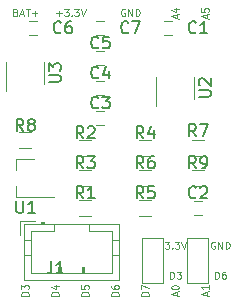
<source format=gto>
G04 #@! TF.FileFunction,Legend,Top*
%FSLAX46Y46*%
G04 Gerber Fmt 4.6, Leading zero omitted, Abs format (unit mm)*
G04 Created by KiCad (PCBNEW 4.0.7-e1-6374~58~ubuntu16.04.1) date Wed Aug  2 21:48:17 2017*
%MOMM*%
%LPD*%
G01*
G04 APERTURE LIST*
%ADD10C,0.100000*%
%ADD11C,0.120000*%
%ADD12C,0.150000*%
G04 APERTURE END LIST*
D10*
X157864285Y-114606429D02*
X158235714Y-114606429D01*
X158035714Y-114835000D01*
X158121428Y-114835000D01*
X158178571Y-114863571D01*
X158207142Y-114892143D01*
X158235714Y-114949286D01*
X158235714Y-115092143D01*
X158207142Y-115149286D01*
X158178571Y-115177857D01*
X158121428Y-115206429D01*
X157950000Y-115206429D01*
X157892857Y-115177857D01*
X157864285Y-115149286D01*
X158492857Y-115149286D02*
X158521429Y-115177857D01*
X158492857Y-115206429D01*
X158464286Y-115177857D01*
X158492857Y-115149286D01*
X158492857Y-115206429D01*
X158721428Y-114606429D02*
X159092857Y-114606429D01*
X158892857Y-114835000D01*
X158978571Y-114835000D01*
X159035714Y-114863571D01*
X159064285Y-114892143D01*
X159092857Y-114949286D01*
X159092857Y-115092143D01*
X159064285Y-115149286D01*
X159035714Y-115177857D01*
X158978571Y-115206429D01*
X158807143Y-115206429D01*
X158750000Y-115177857D01*
X158721428Y-115149286D01*
X159264286Y-114606429D02*
X159464286Y-115206429D01*
X159664286Y-114606429D01*
X162102858Y-114635000D02*
X162045715Y-114606429D01*
X161960001Y-114606429D01*
X161874286Y-114635000D01*
X161817144Y-114692143D01*
X161788572Y-114749286D01*
X161760001Y-114863571D01*
X161760001Y-114949286D01*
X161788572Y-115063571D01*
X161817144Y-115120714D01*
X161874286Y-115177857D01*
X161960001Y-115206429D01*
X162017144Y-115206429D01*
X162102858Y-115177857D01*
X162131429Y-115149286D01*
X162131429Y-114949286D01*
X162017144Y-114949286D01*
X162388572Y-115206429D02*
X162388572Y-114606429D01*
X162731429Y-115206429D01*
X162731429Y-114606429D01*
X163017143Y-115206429D02*
X163017143Y-114606429D01*
X163160000Y-114606429D01*
X163245715Y-114635000D01*
X163302857Y-114692143D01*
X163331429Y-114749286D01*
X163360000Y-114863571D01*
X163360000Y-114949286D01*
X163331429Y-115063571D01*
X163302857Y-115120714D01*
X163245715Y-115177857D01*
X163160000Y-115206429D01*
X163017143Y-115206429D01*
X158307143Y-117746429D02*
X158307143Y-117146429D01*
X158450000Y-117146429D01*
X158535715Y-117175000D01*
X158592857Y-117232143D01*
X158621429Y-117289286D01*
X158650000Y-117403571D01*
X158650000Y-117489286D01*
X158621429Y-117603571D01*
X158592857Y-117660714D01*
X158535715Y-117717857D01*
X158450000Y-117746429D01*
X158307143Y-117746429D01*
X158850000Y-117146429D02*
X159221429Y-117146429D01*
X159021429Y-117375000D01*
X159107143Y-117375000D01*
X159164286Y-117403571D01*
X159192857Y-117432143D01*
X159221429Y-117489286D01*
X159221429Y-117632143D01*
X159192857Y-117689286D01*
X159164286Y-117717857D01*
X159107143Y-117746429D01*
X158935715Y-117746429D01*
X158878572Y-117717857D01*
X158850000Y-117689286D01*
X162117143Y-117746429D02*
X162117143Y-117146429D01*
X162260000Y-117146429D01*
X162345715Y-117175000D01*
X162402857Y-117232143D01*
X162431429Y-117289286D01*
X162460000Y-117403571D01*
X162460000Y-117489286D01*
X162431429Y-117603571D01*
X162402857Y-117660714D01*
X162345715Y-117717857D01*
X162260000Y-117746429D01*
X162117143Y-117746429D01*
X162974286Y-117146429D02*
X162860000Y-117146429D01*
X162802857Y-117175000D01*
X162774286Y-117203571D01*
X162717143Y-117289286D01*
X162688572Y-117403571D01*
X162688572Y-117632143D01*
X162717143Y-117689286D01*
X162745715Y-117717857D01*
X162802857Y-117746429D01*
X162917143Y-117746429D01*
X162974286Y-117717857D01*
X163002857Y-117689286D01*
X163031429Y-117632143D01*
X163031429Y-117489286D01*
X163002857Y-117432143D01*
X162974286Y-117403571D01*
X162917143Y-117375000D01*
X162802857Y-117375000D01*
X162745715Y-117403571D01*
X162717143Y-117432143D01*
X162688572Y-117489286D01*
X146321429Y-119187857D02*
X145721429Y-119187857D01*
X145721429Y-119045000D01*
X145750000Y-118959285D01*
X145807143Y-118902143D01*
X145864286Y-118873571D01*
X145978571Y-118845000D01*
X146064286Y-118845000D01*
X146178571Y-118873571D01*
X146235714Y-118902143D01*
X146292857Y-118959285D01*
X146321429Y-119045000D01*
X146321429Y-119187857D01*
X145721429Y-118645000D02*
X145721429Y-118273571D01*
X145950000Y-118473571D01*
X145950000Y-118387857D01*
X145978571Y-118330714D01*
X146007143Y-118302143D01*
X146064286Y-118273571D01*
X146207143Y-118273571D01*
X146264286Y-118302143D01*
X146292857Y-118330714D01*
X146321429Y-118387857D01*
X146321429Y-118559285D01*
X146292857Y-118616428D01*
X146264286Y-118645000D01*
X148861429Y-119187857D02*
X148261429Y-119187857D01*
X148261429Y-119045000D01*
X148290000Y-118959285D01*
X148347143Y-118902143D01*
X148404286Y-118873571D01*
X148518571Y-118845000D01*
X148604286Y-118845000D01*
X148718571Y-118873571D01*
X148775714Y-118902143D01*
X148832857Y-118959285D01*
X148861429Y-119045000D01*
X148861429Y-119187857D01*
X148461429Y-118330714D02*
X148861429Y-118330714D01*
X148232857Y-118473571D02*
X148661429Y-118616428D01*
X148661429Y-118245000D01*
X151401429Y-119187857D02*
X150801429Y-119187857D01*
X150801429Y-119045000D01*
X150830000Y-118959285D01*
X150887143Y-118902143D01*
X150944286Y-118873571D01*
X151058571Y-118845000D01*
X151144286Y-118845000D01*
X151258571Y-118873571D01*
X151315714Y-118902143D01*
X151372857Y-118959285D01*
X151401429Y-119045000D01*
X151401429Y-119187857D01*
X150801429Y-118302143D02*
X150801429Y-118587857D01*
X151087143Y-118616428D01*
X151058571Y-118587857D01*
X151030000Y-118530714D01*
X151030000Y-118387857D01*
X151058571Y-118330714D01*
X151087143Y-118302143D01*
X151144286Y-118273571D01*
X151287143Y-118273571D01*
X151344286Y-118302143D01*
X151372857Y-118330714D01*
X151401429Y-118387857D01*
X151401429Y-118530714D01*
X151372857Y-118587857D01*
X151344286Y-118616428D01*
X153941429Y-119187857D02*
X153341429Y-119187857D01*
X153341429Y-119045000D01*
X153370000Y-118959285D01*
X153427143Y-118902143D01*
X153484286Y-118873571D01*
X153598571Y-118845000D01*
X153684286Y-118845000D01*
X153798571Y-118873571D01*
X153855714Y-118902143D01*
X153912857Y-118959285D01*
X153941429Y-119045000D01*
X153941429Y-119187857D01*
X153341429Y-118330714D02*
X153341429Y-118445000D01*
X153370000Y-118502143D01*
X153398571Y-118530714D01*
X153484286Y-118587857D01*
X153598571Y-118616428D01*
X153827143Y-118616428D01*
X153884286Y-118587857D01*
X153912857Y-118559285D01*
X153941429Y-118502143D01*
X153941429Y-118387857D01*
X153912857Y-118330714D01*
X153884286Y-118302143D01*
X153827143Y-118273571D01*
X153684286Y-118273571D01*
X153627143Y-118302143D01*
X153598571Y-118330714D01*
X153570000Y-118387857D01*
X153570000Y-118502143D01*
X153598571Y-118559285D01*
X153627143Y-118587857D01*
X153684286Y-118616428D01*
X156481429Y-119187857D02*
X155881429Y-119187857D01*
X155881429Y-119045000D01*
X155910000Y-118959285D01*
X155967143Y-118902143D01*
X156024286Y-118873571D01*
X156138571Y-118845000D01*
X156224286Y-118845000D01*
X156338571Y-118873571D01*
X156395714Y-118902143D01*
X156452857Y-118959285D01*
X156481429Y-119045000D01*
X156481429Y-119187857D01*
X155881429Y-118645000D02*
X155881429Y-118245000D01*
X156481429Y-118502143D01*
X158850000Y-119173571D02*
X158850000Y-118887857D01*
X159021429Y-119230714D02*
X158421429Y-119030714D01*
X159021429Y-118830714D01*
X158421429Y-118516428D02*
X158421429Y-118459285D01*
X158450000Y-118402142D01*
X158478571Y-118373571D01*
X158535714Y-118345000D01*
X158650000Y-118316428D01*
X158792857Y-118316428D01*
X158907143Y-118345000D01*
X158964286Y-118373571D01*
X158992857Y-118402142D01*
X159021429Y-118459285D01*
X159021429Y-118516428D01*
X158992857Y-118573571D01*
X158964286Y-118602142D01*
X158907143Y-118630714D01*
X158792857Y-118659285D01*
X158650000Y-118659285D01*
X158535714Y-118630714D01*
X158478571Y-118602142D01*
X158450000Y-118573571D01*
X158421429Y-118516428D01*
X161390000Y-119173571D02*
X161390000Y-118887857D01*
X161561429Y-119230714D02*
X160961429Y-119030714D01*
X161561429Y-118830714D01*
X161561429Y-118316428D02*
X161561429Y-118659285D01*
X161561429Y-118487857D02*
X160961429Y-118487857D01*
X161047143Y-118545000D01*
X161104286Y-118602142D01*
X161132857Y-118659285D01*
X161390000Y-95678571D02*
X161390000Y-95392857D01*
X161561429Y-95735714D02*
X160961429Y-95535714D01*
X161561429Y-95335714D01*
X160961429Y-94850000D02*
X160961429Y-95135714D01*
X161247143Y-95164285D01*
X161218571Y-95135714D01*
X161190000Y-95078571D01*
X161190000Y-94935714D01*
X161218571Y-94878571D01*
X161247143Y-94850000D01*
X161304286Y-94821428D01*
X161447143Y-94821428D01*
X161504286Y-94850000D01*
X161532857Y-94878571D01*
X161561429Y-94935714D01*
X161561429Y-95078571D01*
X161532857Y-95135714D01*
X161504286Y-95164285D01*
X158850000Y-95678571D02*
X158850000Y-95392857D01*
X159021429Y-95735714D02*
X158421429Y-95535714D01*
X159021429Y-95335714D01*
X158621429Y-94878571D02*
X159021429Y-94878571D01*
X158392857Y-95021428D02*
X158821429Y-95164285D01*
X158821429Y-94792857D01*
X154482858Y-94950000D02*
X154425715Y-94921429D01*
X154340001Y-94921429D01*
X154254286Y-94950000D01*
X154197144Y-95007143D01*
X154168572Y-95064286D01*
X154140001Y-95178571D01*
X154140001Y-95264286D01*
X154168572Y-95378571D01*
X154197144Y-95435714D01*
X154254286Y-95492857D01*
X154340001Y-95521429D01*
X154397144Y-95521429D01*
X154482858Y-95492857D01*
X154511429Y-95464286D01*
X154511429Y-95264286D01*
X154397144Y-95264286D01*
X154768572Y-95521429D02*
X154768572Y-94921429D01*
X155111429Y-95521429D01*
X155111429Y-94921429D01*
X155397143Y-95521429D02*
X155397143Y-94921429D01*
X155540000Y-94921429D01*
X155625715Y-94950000D01*
X155682857Y-95007143D01*
X155711429Y-95064286D01*
X155740000Y-95178571D01*
X155740000Y-95264286D01*
X155711429Y-95378571D01*
X155682857Y-95435714D01*
X155625715Y-95492857D01*
X155540000Y-95521429D01*
X155397143Y-95521429D01*
X148660000Y-95292857D02*
X149117143Y-95292857D01*
X148888572Y-95521429D02*
X148888572Y-95064286D01*
X149345714Y-94921429D02*
X149717143Y-94921429D01*
X149517143Y-95150000D01*
X149602857Y-95150000D01*
X149660000Y-95178571D01*
X149688571Y-95207143D01*
X149717143Y-95264286D01*
X149717143Y-95407143D01*
X149688571Y-95464286D01*
X149660000Y-95492857D01*
X149602857Y-95521429D01*
X149431429Y-95521429D01*
X149374286Y-95492857D01*
X149345714Y-95464286D01*
X149974286Y-95464286D02*
X150002858Y-95492857D01*
X149974286Y-95521429D01*
X149945715Y-95492857D01*
X149974286Y-95464286D01*
X149974286Y-95521429D01*
X150202857Y-94921429D02*
X150574286Y-94921429D01*
X150374286Y-95150000D01*
X150460000Y-95150000D01*
X150517143Y-95178571D01*
X150545714Y-95207143D01*
X150574286Y-95264286D01*
X150574286Y-95407143D01*
X150545714Y-95464286D01*
X150517143Y-95492857D01*
X150460000Y-95521429D01*
X150288572Y-95521429D01*
X150231429Y-95492857D01*
X150202857Y-95464286D01*
X150745715Y-94921429D02*
X150945715Y-95521429D01*
X151145715Y-94921429D01*
X145235714Y-95207143D02*
X145321428Y-95235714D01*
X145350000Y-95264286D01*
X145378571Y-95321429D01*
X145378571Y-95407143D01*
X145350000Y-95464286D01*
X145321428Y-95492857D01*
X145264286Y-95521429D01*
X145035714Y-95521429D01*
X145035714Y-94921429D01*
X145235714Y-94921429D01*
X145292857Y-94950000D01*
X145321428Y-94978571D01*
X145350000Y-95035714D01*
X145350000Y-95092857D01*
X145321428Y-95150000D01*
X145292857Y-95178571D01*
X145235714Y-95207143D01*
X145035714Y-95207143D01*
X145607143Y-95350000D02*
X145892857Y-95350000D01*
X145550000Y-95521429D02*
X145750000Y-94921429D01*
X145950000Y-95521429D01*
X146064286Y-94921429D02*
X146407143Y-94921429D01*
X146235714Y-95521429D02*
X146235714Y-94921429D01*
X146607143Y-95292857D02*
X147064286Y-95292857D01*
X146835715Y-95521429D02*
X146835715Y-95064286D01*
D11*
X157765000Y-95920000D02*
X158465000Y-95920000D01*
X158465000Y-97120000D02*
X157765000Y-97120000D01*
X161005000Y-112360000D02*
X160305000Y-112360000D01*
X160305000Y-111160000D02*
X161005000Y-111160000D01*
X152050000Y-103540000D02*
X152750000Y-103540000D01*
X152750000Y-104740000D02*
X152050000Y-104740000D01*
X152050000Y-101000000D02*
X152750000Y-101000000D01*
X152750000Y-102200000D02*
X152050000Y-102200000D01*
X152050000Y-98460000D02*
X152750000Y-98460000D01*
X152750000Y-99660000D02*
X152050000Y-99660000D01*
X146335000Y-95920000D02*
X147035000Y-95920000D01*
X147035000Y-97120000D02*
X146335000Y-97120000D01*
X152050000Y-95920000D02*
X152750000Y-95920000D01*
X152750000Y-97120000D02*
X152050000Y-97120000D01*
X145905000Y-113135000D02*
X145905000Y-117835000D01*
X145905000Y-117835000D02*
X154005000Y-117835000D01*
X154005000Y-117835000D02*
X154005000Y-113135000D01*
X154005000Y-113135000D02*
X145905000Y-113135000D01*
X148455000Y-113135000D02*
X148455000Y-113735000D01*
X148455000Y-113735000D02*
X146505000Y-113735000D01*
X146505000Y-113735000D02*
X146505000Y-117235000D01*
X146505000Y-117235000D02*
X153405000Y-117235000D01*
X153405000Y-117235000D02*
X153405000Y-113735000D01*
X153405000Y-113735000D02*
X151455000Y-113735000D01*
X151455000Y-113735000D02*
X151455000Y-113135000D01*
X145905000Y-114435000D02*
X146505000Y-114435000D01*
X145905000Y-115735000D02*
X146505000Y-115735000D01*
X154005000Y-114435000D02*
X153405000Y-114435000D01*
X154005000Y-115735000D02*
X153405000Y-115735000D01*
X147655000Y-113135000D02*
X147655000Y-112935000D01*
X147655000Y-112935000D02*
X147355000Y-112935000D01*
X147355000Y-112935000D02*
X147355000Y-113135000D01*
X147655000Y-113035000D02*
X147355000Y-113035000D01*
X148855000Y-117235000D02*
X148855000Y-116735000D01*
X148855000Y-116735000D02*
X149055000Y-116735000D01*
X149055000Y-116735000D02*
X149055000Y-117235000D01*
X148955000Y-117235000D02*
X148955000Y-116735000D01*
X150855000Y-117235000D02*
X150855000Y-116735000D01*
X150855000Y-116735000D02*
X151055000Y-116735000D01*
X151055000Y-116735000D02*
X151055000Y-117235000D01*
X150955000Y-117235000D02*
X150955000Y-116735000D01*
X146855000Y-112835000D02*
X145605000Y-112835000D01*
X145605000Y-112835000D02*
X145605000Y-114085000D01*
X159765000Y-114295000D02*
X159765000Y-118115000D01*
X159765000Y-118115000D02*
X161545000Y-118115000D01*
X161545000Y-118115000D02*
X161545000Y-114295000D01*
X159765000Y-114295000D02*
X161545000Y-114295000D01*
X155955000Y-114295000D02*
X155955000Y-118115000D01*
X155955000Y-118115000D02*
X157735000Y-118115000D01*
X157735000Y-118115000D02*
X157735000Y-114295000D01*
X155955000Y-114295000D02*
X157735000Y-114295000D01*
X151630000Y-112440000D02*
X150630000Y-112440000D01*
X150630000Y-111080000D02*
X151630000Y-111080000D01*
X151630000Y-107360000D02*
X150630000Y-107360000D01*
X150630000Y-106000000D02*
X151630000Y-106000000D01*
X150630000Y-108540000D02*
X151630000Y-108540000D01*
X151630000Y-109900000D02*
X150630000Y-109900000D01*
X155710000Y-106000000D02*
X156710000Y-106000000D01*
X156710000Y-107360000D02*
X155710000Y-107360000D01*
X156710000Y-112440000D02*
X155710000Y-112440000D01*
X155710000Y-111080000D02*
X156710000Y-111080000D01*
X155710000Y-108540000D02*
X156710000Y-108540000D01*
X156710000Y-109900000D02*
X155710000Y-109900000D01*
X161155000Y-107360000D02*
X160155000Y-107360000D01*
X160155000Y-106000000D02*
X161155000Y-106000000D01*
X146550000Y-106725000D02*
X145550000Y-106725000D01*
X145550000Y-105365000D02*
X146550000Y-105365000D01*
X160155000Y-108540000D02*
X161155000Y-108540000D01*
X161155000Y-109900000D02*
X160155000Y-109900000D01*
X160360000Y-102500000D02*
X160360000Y-100700000D01*
X157140000Y-100700000D02*
X157140000Y-103150000D01*
X147660000Y-101230000D02*
X147660000Y-99430000D01*
X144440000Y-99430000D02*
X144440000Y-101880000D01*
X145290000Y-107640000D02*
X145290000Y-108570000D01*
X145290000Y-110800000D02*
X145290000Y-109870000D01*
X145290000Y-110800000D02*
X148450000Y-110800000D01*
X145290000Y-107640000D02*
X146750000Y-107640000D01*
D12*
X160488334Y-96877143D02*
X160440715Y-96924762D01*
X160297858Y-96972381D01*
X160202620Y-96972381D01*
X160059762Y-96924762D01*
X159964524Y-96829524D01*
X159916905Y-96734286D01*
X159869286Y-96543810D01*
X159869286Y-96400952D01*
X159916905Y-96210476D01*
X159964524Y-96115238D01*
X160059762Y-96020000D01*
X160202620Y-95972381D01*
X160297858Y-95972381D01*
X160440715Y-96020000D01*
X160488334Y-96067619D01*
X161440715Y-96972381D02*
X160869286Y-96972381D01*
X161155000Y-96972381D02*
X161155000Y-95972381D01*
X161059762Y-96115238D01*
X160964524Y-96210476D01*
X160869286Y-96258095D01*
X160488334Y-110847143D02*
X160440715Y-110894762D01*
X160297858Y-110942381D01*
X160202620Y-110942381D01*
X160059762Y-110894762D01*
X159964524Y-110799524D01*
X159916905Y-110704286D01*
X159869286Y-110513810D01*
X159869286Y-110370952D01*
X159916905Y-110180476D01*
X159964524Y-110085238D01*
X160059762Y-109990000D01*
X160202620Y-109942381D01*
X160297858Y-109942381D01*
X160440715Y-109990000D01*
X160488334Y-110037619D01*
X160869286Y-110037619D02*
X160916905Y-109990000D01*
X161012143Y-109942381D01*
X161250239Y-109942381D01*
X161345477Y-109990000D01*
X161393096Y-110037619D01*
X161440715Y-110132857D01*
X161440715Y-110228095D01*
X161393096Y-110370952D01*
X160821667Y-110942381D01*
X161440715Y-110942381D01*
X152233334Y-103247143D02*
X152185715Y-103294762D01*
X152042858Y-103342381D01*
X151947620Y-103342381D01*
X151804762Y-103294762D01*
X151709524Y-103199524D01*
X151661905Y-103104286D01*
X151614286Y-102913810D01*
X151614286Y-102770952D01*
X151661905Y-102580476D01*
X151709524Y-102485238D01*
X151804762Y-102390000D01*
X151947620Y-102342381D01*
X152042858Y-102342381D01*
X152185715Y-102390000D01*
X152233334Y-102437619D01*
X152566667Y-102342381D02*
X153185715Y-102342381D01*
X152852381Y-102723333D01*
X152995239Y-102723333D01*
X153090477Y-102770952D01*
X153138096Y-102818571D01*
X153185715Y-102913810D01*
X153185715Y-103151905D01*
X153138096Y-103247143D01*
X153090477Y-103294762D01*
X152995239Y-103342381D01*
X152709524Y-103342381D01*
X152614286Y-103294762D01*
X152566667Y-103247143D01*
X152233334Y-100707143D02*
X152185715Y-100754762D01*
X152042858Y-100802381D01*
X151947620Y-100802381D01*
X151804762Y-100754762D01*
X151709524Y-100659524D01*
X151661905Y-100564286D01*
X151614286Y-100373810D01*
X151614286Y-100230952D01*
X151661905Y-100040476D01*
X151709524Y-99945238D01*
X151804762Y-99850000D01*
X151947620Y-99802381D01*
X152042858Y-99802381D01*
X152185715Y-99850000D01*
X152233334Y-99897619D01*
X153090477Y-100135714D02*
X153090477Y-100802381D01*
X152852381Y-99754762D02*
X152614286Y-100469048D01*
X153233334Y-100469048D01*
X152233334Y-98167143D02*
X152185715Y-98214762D01*
X152042858Y-98262381D01*
X151947620Y-98262381D01*
X151804762Y-98214762D01*
X151709524Y-98119524D01*
X151661905Y-98024286D01*
X151614286Y-97833810D01*
X151614286Y-97690952D01*
X151661905Y-97500476D01*
X151709524Y-97405238D01*
X151804762Y-97310000D01*
X151947620Y-97262381D01*
X152042858Y-97262381D01*
X152185715Y-97310000D01*
X152233334Y-97357619D01*
X153138096Y-97262381D02*
X152661905Y-97262381D01*
X152614286Y-97738571D01*
X152661905Y-97690952D01*
X152757143Y-97643333D01*
X152995239Y-97643333D01*
X153090477Y-97690952D01*
X153138096Y-97738571D01*
X153185715Y-97833810D01*
X153185715Y-98071905D01*
X153138096Y-98167143D01*
X153090477Y-98214762D01*
X152995239Y-98262381D01*
X152757143Y-98262381D01*
X152661905Y-98214762D01*
X152614286Y-98167143D01*
X149058334Y-96877143D02*
X149010715Y-96924762D01*
X148867858Y-96972381D01*
X148772620Y-96972381D01*
X148629762Y-96924762D01*
X148534524Y-96829524D01*
X148486905Y-96734286D01*
X148439286Y-96543810D01*
X148439286Y-96400952D01*
X148486905Y-96210476D01*
X148534524Y-96115238D01*
X148629762Y-96020000D01*
X148772620Y-95972381D01*
X148867858Y-95972381D01*
X149010715Y-96020000D01*
X149058334Y-96067619D01*
X149915477Y-95972381D02*
X149725000Y-95972381D01*
X149629762Y-96020000D01*
X149582143Y-96067619D01*
X149486905Y-96210476D01*
X149439286Y-96400952D01*
X149439286Y-96781905D01*
X149486905Y-96877143D01*
X149534524Y-96924762D01*
X149629762Y-96972381D01*
X149820239Y-96972381D01*
X149915477Y-96924762D01*
X149963096Y-96877143D01*
X150010715Y-96781905D01*
X150010715Y-96543810D01*
X149963096Y-96448571D01*
X149915477Y-96400952D01*
X149820239Y-96353333D01*
X149629762Y-96353333D01*
X149534524Y-96400952D01*
X149486905Y-96448571D01*
X149439286Y-96543810D01*
X154773334Y-96877143D02*
X154725715Y-96924762D01*
X154582858Y-96972381D01*
X154487620Y-96972381D01*
X154344762Y-96924762D01*
X154249524Y-96829524D01*
X154201905Y-96734286D01*
X154154286Y-96543810D01*
X154154286Y-96400952D01*
X154201905Y-96210476D01*
X154249524Y-96115238D01*
X154344762Y-96020000D01*
X154487620Y-95972381D01*
X154582858Y-95972381D01*
X154725715Y-96020000D01*
X154773334Y-96067619D01*
X155106667Y-95972381D02*
X155773334Y-95972381D01*
X155344762Y-96972381D01*
X148256667Y-116292381D02*
X148256667Y-117006667D01*
X148209047Y-117149524D01*
X148113809Y-117244762D01*
X147970952Y-117292381D01*
X147875714Y-117292381D01*
X149256667Y-117292381D02*
X148685238Y-117292381D01*
X148970952Y-117292381D02*
X148970952Y-116292381D01*
X148875714Y-116435238D01*
X148780476Y-116530476D01*
X148685238Y-116578095D01*
X150963334Y-110942381D02*
X150630000Y-110466190D01*
X150391905Y-110942381D02*
X150391905Y-109942381D01*
X150772858Y-109942381D01*
X150868096Y-109990000D01*
X150915715Y-110037619D01*
X150963334Y-110132857D01*
X150963334Y-110275714D01*
X150915715Y-110370952D01*
X150868096Y-110418571D01*
X150772858Y-110466190D01*
X150391905Y-110466190D01*
X151915715Y-110942381D02*
X151344286Y-110942381D01*
X151630000Y-110942381D02*
X151630000Y-109942381D01*
X151534762Y-110085238D01*
X151439524Y-110180476D01*
X151344286Y-110228095D01*
X150963334Y-105862381D02*
X150630000Y-105386190D01*
X150391905Y-105862381D02*
X150391905Y-104862381D01*
X150772858Y-104862381D01*
X150868096Y-104910000D01*
X150915715Y-104957619D01*
X150963334Y-105052857D01*
X150963334Y-105195714D01*
X150915715Y-105290952D01*
X150868096Y-105338571D01*
X150772858Y-105386190D01*
X150391905Y-105386190D01*
X151344286Y-104957619D02*
X151391905Y-104910000D01*
X151487143Y-104862381D01*
X151725239Y-104862381D01*
X151820477Y-104910000D01*
X151868096Y-104957619D01*
X151915715Y-105052857D01*
X151915715Y-105148095D01*
X151868096Y-105290952D01*
X151296667Y-105862381D01*
X151915715Y-105862381D01*
X150963334Y-108402381D02*
X150630000Y-107926190D01*
X150391905Y-108402381D02*
X150391905Y-107402381D01*
X150772858Y-107402381D01*
X150868096Y-107450000D01*
X150915715Y-107497619D01*
X150963334Y-107592857D01*
X150963334Y-107735714D01*
X150915715Y-107830952D01*
X150868096Y-107878571D01*
X150772858Y-107926190D01*
X150391905Y-107926190D01*
X151296667Y-107402381D02*
X151915715Y-107402381D01*
X151582381Y-107783333D01*
X151725239Y-107783333D01*
X151820477Y-107830952D01*
X151868096Y-107878571D01*
X151915715Y-107973810D01*
X151915715Y-108211905D01*
X151868096Y-108307143D01*
X151820477Y-108354762D01*
X151725239Y-108402381D01*
X151439524Y-108402381D01*
X151344286Y-108354762D01*
X151296667Y-108307143D01*
X156043334Y-105862381D02*
X155710000Y-105386190D01*
X155471905Y-105862381D02*
X155471905Y-104862381D01*
X155852858Y-104862381D01*
X155948096Y-104910000D01*
X155995715Y-104957619D01*
X156043334Y-105052857D01*
X156043334Y-105195714D01*
X155995715Y-105290952D01*
X155948096Y-105338571D01*
X155852858Y-105386190D01*
X155471905Y-105386190D01*
X156900477Y-105195714D02*
X156900477Y-105862381D01*
X156662381Y-104814762D02*
X156424286Y-105529048D01*
X157043334Y-105529048D01*
X156043334Y-110942381D02*
X155710000Y-110466190D01*
X155471905Y-110942381D02*
X155471905Y-109942381D01*
X155852858Y-109942381D01*
X155948096Y-109990000D01*
X155995715Y-110037619D01*
X156043334Y-110132857D01*
X156043334Y-110275714D01*
X155995715Y-110370952D01*
X155948096Y-110418571D01*
X155852858Y-110466190D01*
X155471905Y-110466190D01*
X156948096Y-109942381D02*
X156471905Y-109942381D01*
X156424286Y-110418571D01*
X156471905Y-110370952D01*
X156567143Y-110323333D01*
X156805239Y-110323333D01*
X156900477Y-110370952D01*
X156948096Y-110418571D01*
X156995715Y-110513810D01*
X156995715Y-110751905D01*
X156948096Y-110847143D01*
X156900477Y-110894762D01*
X156805239Y-110942381D01*
X156567143Y-110942381D01*
X156471905Y-110894762D01*
X156424286Y-110847143D01*
X156043334Y-108402381D02*
X155710000Y-107926190D01*
X155471905Y-108402381D02*
X155471905Y-107402381D01*
X155852858Y-107402381D01*
X155948096Y-107450000D01*
X155995715Y-107497619D01*
X156043334Y-107592857D01*
X156043334Y-107735714D01*
X155995715Y-107830952D01*
X155948096Y-107878571D01*
X155852858Y-107926190D01*
X155471905Y-107926190D01*
X156900477Y-107402381D02*
X156710000Y-107402381D01*
X156614762Y-107450000D01*
X156567143Y-107497619D01*
X156471905Y-107640476D01*
X156424286Y-107830952D01*
X156424286Y-108211905D01*
X156471905Y-108307143D01*
X156519524Y-108354762D01*
X156614762Y-108402381D01*
X156805239Y-108402381D01*
X156900477Y-108354762D01*
X156948096Y-108307143D01*
X156995715Y-108211905D01*
X156995715Y-107973810D01*
X156948096Y-107878571D01*
X156900477Y-107830952D01*
X156805239Y-107783333D01*
X156614762Y-107783333D01*
X156519524Y-107830952D01*
X156471905Y-107878571D01*
X156424286Y-107973810D01*
X160488334Y-105682381D02*
X160155000Y-105206190D01*
X159916905Y-105682381D02*
X159916905Y-104682381D01*
X160297858Y-104682381D01*
X160393096Y-104730000D01*
X160440715Y-104777619D01*
X160488334Y-104872857D01*
X160488334Y-105015714D01*
X160440715Y-105110952D01*
X160393096Y-105158571D01*
X160297858Y-105206190D01*
X159916905Y-105206190D01*
X160821667Y-104682381D02*
X161488334Y-104682381D01*
X161059762Y-105682381D01*
X145883334Y-105227381D02*
X145550000Y-104751190D01*
X145311905Y-105227381D02*
X145311905Y-104227381D01*
X145692858Y-104227381D01*
X145788096Y-104275000D01*
X145835715Y-104322619D01*
X145883334Y-104417857D01*
X145883334Y-104560714D01*
X145835715Y-104655952D01*
X145788096Y-104703571D01*
X145692858Y-104751190D01*
X145311905Y-104751190D01*
X146454762Y-104655952D02*
X146359524Y-104608333D01*
X146311905Y-104560714D01*
X146264286Y-104465476D01*
X146264286Y-104417857D01*
X146311905Y-104322619D01*
X146359524Y-104275000D01*
X146454762Y-104227381D01*
X146645239Y-104227381D01*
X146740477Y-104275000D01*
X146788096Y-104322619D01*
X146835715Y-104417857D01*
X146835715Y-104465476D01*
X146788096Y-104560714D01*
X146740477Y-104608333D01*
X146645239Y-104655952D01*
X146454762Y-104655952D01*
X146359524Y-104703571D01*
X146311905Y-104751190D01*
X146264286Y-104846429D01*
X146264286Y-105036905D01*
X146311905Y-105132143D01*
X146359524Y-105179762D01*
X146454762Y-105227381D01*
X146645239Y-105227381D01*
X146740477Y-105179762D01*
X146788096Y-105132143D01*
X146835715Y-105036905D01*
X146835715Y-104846429D01*
X146788096Y-104751190D01*
X146740477Y-104703571D01*
X146645239Y-104655952D01*
X160488334Y-108402381D02*
X160155000Y-107926190D01*
X159916905Y-108402381D02*
X159916905Y-107402381D01*
X160297858Y-107402381D01*
X160393096Y-107450000D01*
X160440715Y-107497619D01*
X160488334Y-107592857D01*
X160488334Y-107735714D01*
X160440715Y-107830952D01*
X160393096Y-107878571D01*
X160297858Y-107926190D01*
X159916905Y-107926190D01*
X160964524Y-108402381D02*
X161155000Y-108402381D01*
X161250239Y-108354762D01*
X161297858Y-108307143D01*
X161393096Y-108164286D01*
X161440715Y-107973810D01*
X161440715Y-107592857D01*
X161393096Y-107497619D01*
X161345477Y-107450000D01*
X161250239Y-107402381D01*
X161059762Y-107402381D01*
X160964524Y-107450000D01*
X160916905Y-107497619D01*
X160869286Y-107592857D01*
X160869286Y-107830952D01*
X160916905Y-107926190D01*
X160964524Y-107973810D01*
X161059762Y-108021429D01*
X161250239Y-108021429D01*
X161345477Y-107973810D01*
X161393096Y-107926190D01*
X161440715Y-107830952D01*
X160742381Y-102361905D02*
X161551905Y-102361905D01*
X161647143Y-102314286D01*
X161694762Y-102266667D01*
X161742381Y-102171429D01*
X161742381Y-101980952D01*
X161694762Y-101885714D01*
X161647143Y-101838095D01*
X161551905Y-101790476D01*
X160742381Y-101790476D01*
X160837619Y-101361905D02*
X160790000Y-101314286D01*
X160742381Y-101219048D01*
X160742381Y-100980952D01*
X160790000Y-100885714D01*
X160837619Y-100838095D01*
X160932857Y-100790476D01*
X161028095Y-100790476D01*
X161170952Y-100838095D01*
X161742381Y-101409524D01*
X161742381Y-100790476D01*
X148042381Y-101091905D02*
X148851905Y-101091905D01*
X148947143Y-101044286D01*
X148994762Y-100996667D01*
X149042381Y-100901429D01*
X149042381Y-100710952D01*
X148994762Y-100615714D01*
X148947143Y-100568095D01*
X148851905Y-100520476D01*
X148042381Y-100520476D01*
X148042381Y-100139524D02*
X148042381Y-99520476D01*
X148423333Y-99853810D01*
X148423333Y-99710952D01*
X148470952Y-99615714D01*
X148518571Y-99568095D01*
X148613810Y-99520476D01*
X148851905Y-99520476D01*
X148947143Y-99568095D01*
X148994762Y-99615714D01*
X149042381Y-99710952D01*
X149042381Y-99996667D01*
X148994762Y-100091905D01*
X148947143Y-100139524D01*
X145288095Y-111172381D02*
X145288095Y-111981905D01*
X145335714Y-112077143D01*
X145383333Y-112124762D01*
X145478571Y-112172381D01*
X145669048Y-112172381D01*
X145764286Y-112124762D01*
X145811905Y-112077143D01*
X145859524Y-111981905D01*
X145859524Y-111172381D01*
X146859524Y-112172381D02*
X146288095Y-112172381D01*
X146573809Y-112172381D02*
X146573809Y-111172381D01*
X146478571Y-111315238D01*
X146383333Y-111410476D01*
X146288095Y-111458095D01*
M02*

</source>
